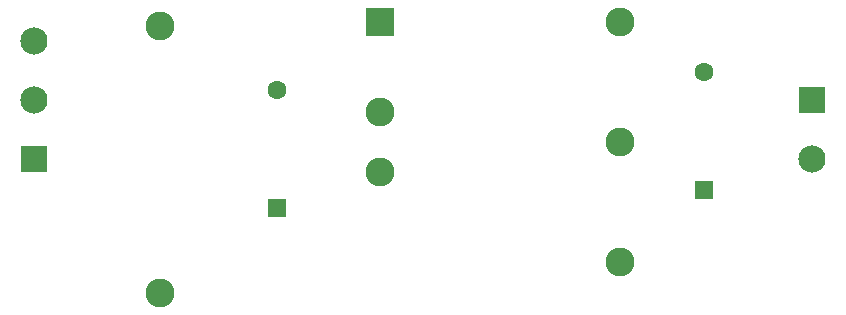
<source format=gbs>
G04*
G04 #@! TF.GenerationSoftware,Altium Limited,Altium Designer,20.0.10 (225)*
G04*
G04 Layer_Color=16711935*
%FSLAX43Y43*%
%MOMM*%
G71*
G01*
G75*
%ADD13C,2.453*%
%ADD14R,2.453X2.453*%
%ADD15R,2.303X2.303*%
%ADD16C,2.303*%
%ADD17C,1.603*%
%ADD18R,1.603X1.603*%
D13*
X19558Y25524D02*
D03*
Y2924D02*
D03*
X58547Y5588D02*
D03*
Y25908D02*
D03*
X38227Y13208D02*
D03*
Y18288D02*
D03*
X58547Y15748D02*
D03*
D14*
X38227Y25908D02*
D03*
D15*
X8890Y14257D02*
D03*
X74803Y19264D02*
D03*
D16*
X8890Y19257D02*
D03*
Y24257D02*
D03*
X74803Y14264D02*
D03*
D17*
X65659Y21637D02*
D03*
X29464Y20113D02*
D03*
D18*
X65659Y11637D02*
D03*
X29464Y10113D02*
D03*
M02*

</source>
